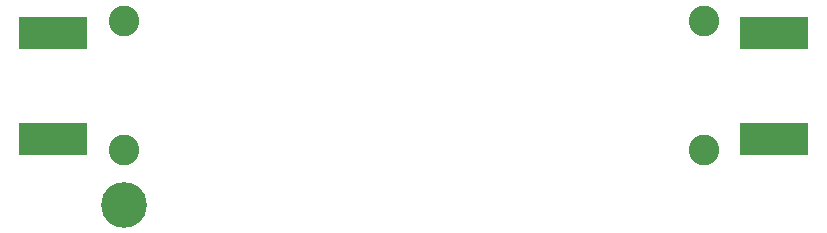
<source format=gbr>
G04 #@! TF.GenerationSoftware,KiCad,Pcbnew,(5.1.4)-1*
G04 #@! TF.CreationDate,2019-08-15T18:00:35-06:00*
G04 #@! TF.ProjectId,Windchill01,57696e64-6368-4696-9c6c-30312e6b6963,rev?*
G04 #@! TF.SameCoordinates,Original*
G04 #@! TF.FileFunction,Soldermask,Bot*
G04 #@! TF.FilePolarity,Negative*
%FSLAX46Y46*%
G04 Gerber Fmt 4.6, Leading zero omitted, Abs format (unit mm)*
G04 Created by KiCad (PCBNEW (5.1.4)-1) date 2019-08-15 18:00:35*
%MOMM*%
%LPD*%
G04 APERTURE LIST*
%ADD10C,3.880000*%
%ADD11C,2.590000*%
%ADD12R,5.720000X2.670000*%
G04 APERTURE END LIST*
D10*
X89550000Y-83260000D03*
D11*
X138650000Y-67730000D03*
X138650000Y-78650000D03*
X89550000Y-67730000D03*
X89550000Y-78650000D03*
D12*
X144600000Y-68745000D03*
X144600000Y-77695000D03*
X83600000Y-77695000D03*
X83600000Y-68745000D03*
M02*

</source>
